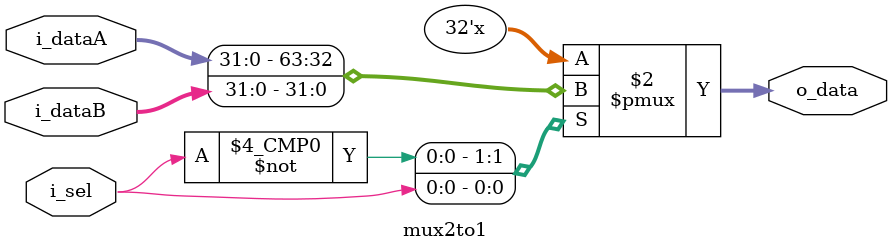
<source format=sv>
module mux2to1(
    input logic i_sel,
    input logic [31:0] i_dataA,
    input logic [31:0] i_dataB,
    output logic [31:0] o_data
);
always @(*) begin
    case (i_sel)
        1'b0: o_data = i_dataA;
        1'b1: o_data = i_dataB; 
    endcase
end
endmodule
</source>
